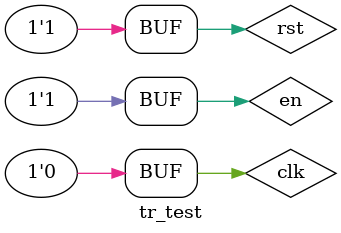
<source format=v>
`timescale 1ns / 1ps


module tr_test;

	// Inputs
	reg clk;
	reg rst;
	reg en;

	// Outputs
	wire [7:0] addrC;
	wire [7:0] addrR;
	wire finish;

	// Instantiate the Unit Under Test (UUT)
	travers_boardm uut (
		.clk(clk), 
		.rst(rst), 
		.enable(en), 
		.addrC(addrC), 
		.addrR(addrR), 
		.finish(finish)
	);

	initial begin
		// Initialize Inputs
		clk = 0;
		rst = 0;
		en = 0;

		// Wait 100 ns for global reset to finish
		#100;
		rst = 1;
		#100;
		en = 1;
		
        
		// Add stimulus here

	end
	always begin
		clk = 1; #20;
		clk = 0; # 20;
	end
      
endmodule


</source>
